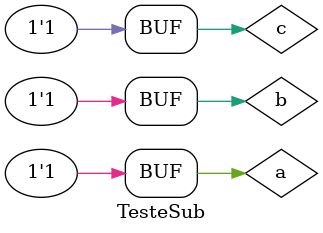
<source format=v>

module HalfSub (s0,s1,a,b);
input a,b;
output s0,s1;
wire q0;
xor XOR1 (s0,a,b);
not NOT1 (q0,a);
and AND1 (s1,q0,b);
endmodule //fim da construcao do circuito de meia-diferença

module Subtractor (s0,s1,a,b,c);
input a,b,c;
output s0,s1;
wire q0,q1,q2;
HalfSub D1 (q0,q1,a,b);
HalfSub D2 (s0,q2,q0,c);
or OR1 (s1,q1,q2);
endmodule

module TesteSub;
reg a,b,c;
wire s0,s1;
Subtractor D (s0,s1,a,b,c);
initial begin: start
a=0; b=0; c=0;
end

initial begin: main
$display ("Nome: Jessica Luisa Betonico Andradde	Matricula: 412748");
$display ("Circuito Diferença completa ");
$display ("\n a | b | vem um | = | s1 | s0 |");
$monitor (" %b | %b | %6b    | = | %2b | %2b |",a,b,c,s1,s0);
#1 a=0; b=0; c=1;
#1 a=0; b=1; c=0;
#1 a=0; b=1; c=1;
#1 a=1; b=0; c=0;
#1 a=1; b=0; c=1;
#1 a=1; b=1; c=0;
#1 a=1; b=1; c=1;
end
endmodule
</source>
